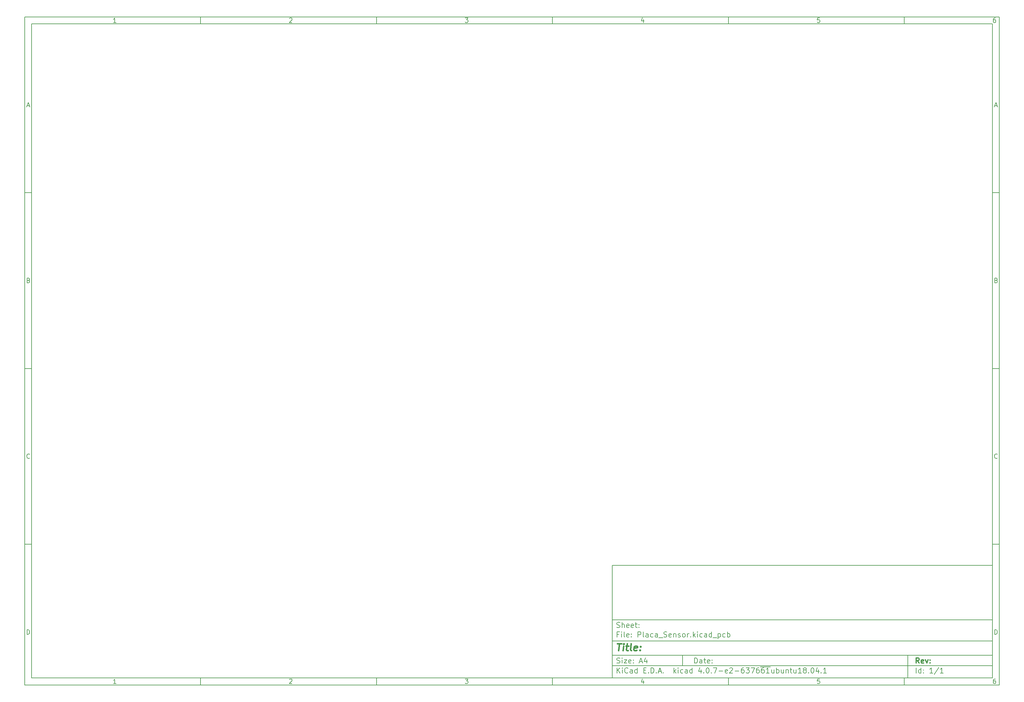
<source format=gbr>
G04 #@! TF.FileFunction,Legend,Bot*
%FSLAX46Y46*%
G04 Gerber Fmt 4.6, Leading zero omitted, Abs format (unit mm)*
G04 Created by KiCad (PCBNEW 4.0.7-e2-6376~61~ubuntu18.04.1) date Wed Jul 10 20:30:17 2019*
%MOMM*%
%LPD*%
G01*
G04 APERTURE LIST*
%ADD10C,0.100000*%
%ADD11C,0.150000*%
%ADD12C,0.300000*%
%ADD13C,0.400000*%
G04 APERTURE END LIST*
D10*
D11*
X177002200Y-166007200D02*
X177002200Y-198007200D01*
X285002200Y-198007200D01*
X285002200Y-166007200D01*
X177002200Y-166007200D01*
D10*
D11*
X10000000Y-10000000D02*
X10000000Y-200007200D01*
X287002200Y-200007200D01*
X287002200Y-10000000D01*
X10000000Y-10000000D01*
D10*
D11*
X12000000Y-12000000D02*
X12000000Y-198007200D01*
X285002200Y-198007200D01*
X285002200Y-12000000D01*
X12000000Y-12000000D01*
D10*
D11*
X60000000Y-12000000D02*
X60000000Y-10000000D01*
D10*
D11*
X110000000Y-12000000D02*
X110000000Y-10000000D01*
D10*
D11*
X160000000Y-12000000D02*
X160000000Y-10000000D01*
D10*
D11*
X210000000Y-12000000D02*
X210000000Y-10000000D01*
D10*
D11*
X260000000Y-12000000D02*
X260000000Y-10000000D01*
D10*
D11*
X35990476Y-11588095D02*
X35247619Y-11588095D01*
X35619048Y-11588095D02*
X35619048Y-10288095D01*
X35495238Y-10473810D01*
X35371429Y-10597619D01*
X35247619Y-10659524D01*
D10*
D11*
X85247619Y-10411905D02*
X85309524Y-10350000D01*
X85433333Y-10288095D01*
X85742857Y-10288095D01*
X85866667Y-10350000D01*
X85928571Y-10411905D01*
X85990476Y-10535714D01*
X85990476Y-10659524D01*
X85928571Y-10845238D01*
X85185714Y-11588095D01*
X85990476Y-11588095D01*
D10*
D11*
X135185714Y-10288095D02*
X135990476Y-10288095D01*
X135557143Y-10783333D01*
X135742857Y-10783333D01*
X135866667Y-10845238D01*
X135928571Y-10907143D01*
X135990476Y-11030952D01*
X135990476Y-11340476D01*
X135928571Y-11464286D01*
X135866667Y-11526190D01*
X135742857Y-11588095D01*
X135371429Y-11588095D01*
X135247619Y-11526190D01*
X135185714Y-11464286D01*
D10*
D11*
X185866667Y-10721429D02*
X185866667Y-11588095D01*
X185557143Y-10226190D02*
X185247619Y-11154762D01*
X186052381Y-11154762D01*
D10*
D11*
X235928571Y-10288095D02*
X235309524Y-10288095D01*
X235247619Y-10907143D01*
X235309524Y-10845238D01*
X235433333Y-10783333D01*
X235742857Y-10783333D01*
X235866667Y-10845238D01*
X235928571Y-10907143D01*
X235990476Y-11030952D01*
X235990476Y-11340476D01*
X235928571Y-11464286D01*
X235866667Y-11526190D01*
X235742857Y-11588095D01*
X235433333Y-11588095D01*
X235309524Y-11526190D01*
X235247619Y-11464286D01*
D10*
D11*
X285866667Y-10288095D02*
X285619048Y-10288095D01*
X285495238Y-10350000D01*
X285433333Y-10411905D01*
X285309524Y-10597619D01*
X285247619Y-10845238D01*
X285247619Y-11340476D01*
X285309524Y-11464286D01*
X285371429Y-11526190D01*
X285495238Y-11588095D01*
X285742857Y-11588095D01*
X285866667Y-11526190D01*
X285928571Y-11464286D01*
X285990476Y-11340476D01*
X285990476Y-11030952D01*
X285928571Y-10907143D01*
X285866667Y-10845238D01*
X285742857Y-10783333D01*
X285495238Y-10783333D01*
X285371429Y-10845238D01*
X285309524Y-10907143D01*
X285247619Y-11030952D01*
D10*
D11*
X60000000Y-198007200D02*
X60000000Y-200007200D01*
D10*
D11*
X110000000Y-198007200D02*
X110000000Y-200007200D01*
D10*
D11*
X160000000Y-198007200D02*
X160000000Y-200007200D01*
D10*
D11*
X210000000Y-198007200D02*
X210000000Y-200007200D01*
D10*
D11*
X260000000Y-198007200D02*
X260000000Y-200007200D01*
D10*
D11*
X35990476Y-199595295D02*
X35247619Y-199595295D01*
X35619048Y-199595295D02*
X35619048Y-198295295D01*
X35495238Y-198481010D01*
X35371429Y-198604819D01*
X35247619Y-198666724D01*
D10*
D11*
X85247619Y-198419105D02*
X85309524Y-198357200D01*
X85433333Y-198295295D01*
X85742857Y-198295295D01*
X85866667Y-198357200D01*
X85928571Y-198419105D01*
X85990476Y-198542914D01*
X85990476Y-198666724D01*
X85928571Y-198852438D01*
X85185714Y-199595295D01*
X85990476Y-199595295D01*
D10*
D11*
X135185714Y-198295295D02*
X135990476Y-198295295D01*
X135557143Y-198790533D01*
X135742857Y-198790533D01*
X135866667Y-198852438D01*
X135928571Y-198914343D01*
X135990476Y-199038152D01*
X135990476Y-199347676D01*
X135928571Y-199471486D01*
X135866667Y-199533390D01*
X135742857Y-199595295D01*
X135371429Y-199595295D01*
X135247619Y-199533390D01*
X135185714Y-199471486D01*
D10*
D11*
X185866667Y-198728629D02*
X185866667Y-199595295D01*
X185557143Y-198233390D02*
X185247619Y-199161962D01*
X186052381Y-199161962D01*
D10*
D11*
X235928571Y-198295295D02*
X235309524Y-198295295D01*
X235247619Y-198914343D01*
X235309524Y-198852438D01*
X235433333Y-198790533D01*
X235742857Y-198790533D01*
X235866667Y-198852438D01*
X235928571Y-198914343D01*
X235990476Y-199038152D01*
X235990476Y-199347676D01*
X235928571Y-199471486D01*
X235866667Y-199533390D01*
X235742857Y-199595295D01*
X235433333Y-199595295D01*
X235309524Y-199533390D01*
X235247619Y-199471486D01*
D10*
D11*
X285866667Y-198295295D02*
X285619048Y-198295295D01*
X285495238Y-198357200D01*
X285433333Y-198419105D01*
X285309524Y-198604819D01*
X285247619Y-198852438D01*
X285247619Y-199347676D01*
X285309524Y-199471486D01*
X285371429Y-199533390D01*
X285495238Y-199595295D01*
X285742857Y-199595295D01*
X285866667Y-199533390D01*
X285928571Y-199471486D01*
X285990476Y-199347676D01*
X285990476Y-199038152D01*
X285928571Y-198914343D01*
X285866667Y-198852438D01*
X285742857Y-198790533D01*
X285495238Y-198790533D01*
X285371429Y-198852438D01*
X285309524Y-198914343D01*
X285247619Y-199038152D01*
D10*
D11*
X10000000Y-60000000D02*
X12000000Y-60000000D01*
D10*
D11*
X10000000Y-110000000D02*
X12000000Y-110000000D01*
D10*
D11*
X10000000Y-160000000D02*
X12000000Y-160000000D01*
D10*
D11*
X10690476Y-35216667D02*
X11309524Y-35216667D01*
X10566667Y-35588095D02*
X11000000Y-34288095D01*
X11433333Y-35588095D01*
D10*
D11*
X11092857Y-84907143D02*
X11278571Y-84969048D01*
X11340476Y-85030952D01*
X11402381Y-85154762D01*
X11402381Y-85340476D01*
X11340476Y-85464286D01*
X11278571Y-85526190D01*
X11154762Y-85588095D01*
X10659524Y-85588095D01*
X10659524Y-84288095D01*
X11092857Y-84288095D01*
X11216667Y-84350000D01*
X11278571Y-84411905D01*
X11340476Y-84535714D01*
X11340476Y-84659524D01*
X11278571Y-84783333D01*
X11216667Y-84845238D01*
X11092857Y-84907143D01*
X10659524Y-84907143D01*
D10*
D11*
X11402381Y-135464286D02*
X11340476Y-135526190D01*
X11154762Y-135588095D01*
X11030952Y-135588095D01*
X10845238Y-135526190D01*
X10721429Y-135402381D01*
X10659524Y-135278571D01*
X10597619Y-135030952D01*
X10597619Y-134845238D01*
X10659524Y-134597619D01*
X10721429Y-134473810D01*
X10845238Y-134350000D01*
X11030952Y-134288095D01*
X11154762Y-134288095D01*
X11340476Y-134350000D01*
X11402381Y-134411905D01*
D10*
D11*
X10659524Y-185588095D02*
X10659524Y-184288095D01*
X10969048Y-184288095D01*
X11154762Y-184350000D01*
X11278571Y-184473810D01*
X11340476Y-184597619D01*
X11402381Y-184845238D01*
X11402381Y-185030952D01*
X11340476Y-185278571D01*
X11278571Y-185402381D01*
X11154762Y-185526190D01*
X10969048Y-185588095D01*
X10659524Y-185588095D01*
D10*
D11*
X287002200Y-60000000D02*
X285002200Y-60000000D01*
D10*
D11*
X287002200Y-110000000D02*
X285002200Y-110000000D01*
D10*
D11*
X287002200Y-160000000D02*
X285002200Y-160000000D01*
D10*
D11*
X285692676Y-35216667D02*
X286311724Y-35216667D01*
X285568867Y-35588095D02*
X286002200Y-34288095D01*
X286435533Y-35588095D01*
D10*
D11*
X286095057Y-84907143D02*
X286280771Y-84969048D01*
X286342676Y-85030952D01*
X286404581Y-85154762D01*
X286404581Y-85340476D01*
X286342676Y-85464286D01*
X286280771Y-85526190D01*
X286156962Y-85588095D01*
X285661724Y-85588095D01*
X285661724Y-84288095D01*
X286095057Y-84288095D01*
X286218867Y-84350000D01*
X286280771Y-84411905D01*
X286342676Y-84535714D01*
X286342676Y-84659524D01*
X286280771Y-84783333D01*
X286218867Y-84845238D01*
X286095057Y-84907143D01*
X285661724Y-84907143D01*
D10*
D11*
X286404581Y-135464286D02*
X286342676Y-135526190D01*
X286156962Y-135588095D01*
X286033152Y-135588095D01*
X285847438Y-135526190D01*
X285723629Y-135402381D01*
X285661724Y-135278571D01*
X285599819Y-135030952D01*
X285599819Y-134845238D01*
X285661724Y-134597619D01*
X285723629Y-134473810D01*
X285847438Y-134350000D01*
X286033152Y-134288095D01*
X286156962Y-134288095D01*
X286342676Y-134350000D01*
X286404581Y-134411905D01*
D10*
D11*
X285661724Y-185588095D02*
X285661724Y-184288095D01*
X285971248Y-184288095D01*
X286156962Y-184350000D01*
X286280771Y-184473810D01*
X286342676Y-184597619D01*
X286404581Y-184845238D01*
X286404581Y-185030952D01*
X286342676Y-185278571D01*
X286280771Y-185402381D01*
X286156962Y-185526190D01*
X285971248Y-185588095D01*
X285661724Y-185588095D01*
D10*
D11*
X200359343Y-193785771D02*
X200359343Y-192285771D01*
X200716486Y-192285771D01*
X200930771Y-192357200D01*
X201073629Y-192500057D01*
X201145057Y-192642914D01*
X201216486Y-192928629D01*
X201216486Y-193142914D01*
X201145057Y-193428629D01*
X201073629Y-193571486D01*
X200930771Y-193714343D01*
X200716486Y-193785771D01*
X200359343Y-193785771D01*
X202502200Y-193785771D02*
X202502200Y-193000057D01*
X202430771Y-192857200D01*
X202287914Y-192785771D01*
X202002200Y-192785771D01*
X201859343Y-192857200D01*
X202502200Y-193714343D02*
X202359343Y-193785771D01*
X202002200Y-193785771D01*
X201859343Y-193714343D01*
X201787914Y-193571486D01*
X201787914Y-193428629D01*
X201859343Y-193285771D01*
X202002200Y-193214343D01*
X202359343Y-193214343D01*
X202502200Y-193142914D01*
X203002200Y-192785771D02*
X203573629Y-192785771D01*
X203216486Y-192285771D02*
X203216486Y-193571486D01*
X203287914Y-193714343D01*
X203430772Y-193785771D01*
X203573629Y-193785771D01*
X204645057Y-193714343D02*
X204502200Y-193785771D01*
X204216486Y-193785771D01*
X204073629Y-193714343D01*
X204002200Y-193571486D01*
X204002200Y-193000057D01*
X204073629Y-192857200D01*
X204216486Y-192785771D01*
X204502200Y-192785771D01*
X204645057Y-192857200D01*
X204716486Y-193000057D01*
X204716486Y-193142914D01*
X204002200Y-193285771D01*
X205359343Y-193642914D02*
X205430771Y-193714343D01*
X205359343Y-193785771D01*
X205287914Y-193714343D01*
X205359343Y-193642914D01*
X205359343Y-193785771D01*
X205359343Y-192857200D02*
X205430771Y-192928629D01*
X205359343Y-193000057D01*
X205287914Y-192928629D01*
X205359343Y-192857200D01*
X205359343Y-193000057D01*
D10*
D11*
X177002200Y-194507200D02*
X285002200Y-194507200D01*
D10*
D11*
X178359343Y-196585771D02*
X178359343Y-195085771D01*
X179216486Y-196585771D02*
X178573629Y-195728629D01*
X179216486Y-195085771D02*
X178359343Y-195942914D01*
X179859343Y-196585771D02*
X179859343Y-195585771D01*
X179859343Y-195085771D02*
X179787914Y-195157200D01*
X179859343Y-195228629D01*
X179930771Y-195157200D01*
X179859343Y-195085771D01*
X179859343Y-195228629D01*
X181430772Y-196442914D02*
X181359343Y-196514343D01*
X181145057Y-196585771D01*
X181002200Y-196585771D01*
X180787915Y-196514343D01*
X180645057Y-196371486D01*
X180573629Y-196228629D01*
X180502200Y-195942914D01*
X180502200Y-195728629D01*
X180573629Y-195442914D01*
X180645057Y-195300057D01*
X180787915Y-195157200D01*
X181002200Y-195085771D01*
X181145057Y-195085771D01*
X181359343Y-195157200D01*
X181430772Y-195228629D01*
X182716486Y-196585771D02*
X182716486Y-195800057D01*
X182645057Y-195657200D01*
X182502200Y-195585771D01*
X182216486Y-195585771D01*
X182073629Y-195657200D01*
X182716486Y-196514343D02*
X182573629Y-196585771D01*
X182216486Y-196585771D01*
X182073629Y-196514343D01*
X182002200Y-196371486D01*
X182002200Y-196228629D01*
X182073629Y-196085771D01*
X182216486Y-196014343D01*
X182573629Y-196014343D01*
X182716486Y-195942914D01*
X184073629Y-196585771D02*
X184073629Y-195085771D01*
X184073629Y-196514343D02*
X183930772Y-196585771D01*
X183645058Y-196585771D01*
X183502200Y-196514343D01*
X183430772Y-196442914D01*
X183359343Y-196300057D01*
X183359343Y-195871486D01*
X183430772Y-195728629D01*
X183502200Y-195657200D01*
X183645058Y-195585771D01*
X183930772Y-195585771D01*
X184073629Y-195657200D01*
X185930772Y-195800057D02*
X186430772Y-195800057D01*
X186645058Y-196585771D02*
X185930772Y-196585771D01*
X185930772Y-195085771D01*
X186645058Y-195085771D01*
X187287915Y-196442914D02*
X187359343Y-196514343D01*
X187287915Y-196585771D01*
X187216486Y-196514343D01*
X187287915Y-196442914D01*
X187287915Y-196585771D01*
X188002201Y-196585771D02*
X188002201Y-195085771D01*
X188359344Y-195085771D01*
X188573629Y-195157200D01*
X188716487Y-195300057D01*
X188787915Y-195442914D01*
X188859344Y-195728629D01*
X188859344Y-195942914D01*
X188787915Y-196228629D01*
X188716487Y-196371486D01*
X188573629Y-196514343D01*
X188359344Y-196585771D01*
X188002201Y-196585771D01*
X189502201Y-196442914D02*
X189573629Y-196514343D01*
X189502201Y-196585771D01*
X189430772Y-196514343D01*
X189502201Y-196442914D01*
X189502201Y-196585771D01*
X190145058Y-196157200D02*
X190859344Y-196157200D01*
X190002201Y-196585771D02*
X190502201Y-195085771D01*
X191002201Y-196585771D01*
X191502201Y-196442914D02*
X191573629Y-196514343D01*
X191502201Y-196585771D01*
X191430772Y-196514343D01*
X191502201Y-196442914D01*
X191502201Y-196585771D01*
X194502201Y-196585771D02*
X194502201Y-195085771D01*
X194645058Y-196014343D02*
X195073629Y-196585771D01*
X195073629Y-195585771D02*
X194502201Y-196157200D01*
X195716487Y-196585771D02*
X195716487Y-195585771D01*
X195716487Y-195085771D02*
X195645058Y-195157200D01*
X195716487Y-195228629D01*
X195787915Y-195157200D01*
X195716487Y-195085771D01*
X195716487Y-195228629D01*
X197073630Y-196514343D02*
X196930773Y-196585771D01*
X196645059Y-196585771D01*
X196502201Y-196514343D01*
X196430773Y-196442914D01*
X196359344Y-196300057D01*
X196359344Y-195871486D01*
X196430773Y-195728629D01*
X196502201Y-195657200D01*
X196645059Y-195585771D01*
X196930773Y-195585771D01*
X197073630Y-195657200D01*
X198359344Y-196585771D02*
X198359344Y-195800057D01*
X198287915Y-195657200D01*
X198145058Y-195585771D01*
X197859344Y-195585771D01*
X197716487Y-195657200D01*
X198359344Y-196514343D02*
X198216487Y-196585771D01*
X197859344Y-196585771D01*
X197716487Y-196514343D01*
X197645058Y-196371486D01*
X197645058Y-196228629D01*
X197716487Y-196085771D01*
X197859344Y-196014343D01*
X198216487Y-196014343D01*
X198359344Y-195942914D01*
X199716487Y-196585771D02*
X199716487Y-195085771D01*
X199716487Y-196514343D02*
X199573630Y-196585771D01*
X199287916Y-196585771D01*
X199145058Y-196514343D01*
X199073630Y-196442914D01*
X199002201Y-196300057D01*
X199002201Y-195871486D01*
X199073630Y-195728629D01*
X199145058Y-195657200D01*
X199287916Y-195585771D01*
X199573630Y-195585771D01*
X199716487Y-195657200D01*
X202216487Y-195585771D02*
X202216487Y-196585771D01*
X201859344Y-195014343D02*
X201502201Y-196085771D01*
X202430773Y-196085771D01*
X203002201Y-196442914D02*
X203073629Y-196514343D01*
X203002201Y-196585771D01*
X202930772Y-196514343D01*
X203002201Y-196442914D01*
X203002201Y-196585771D01*
X204002201Y-195085771D02*
X204145058Y-195085771D01*
X204287915Y-195157200D01*
X204359344Y-195228629D01*
X204430773Y-195371486D01*
X204502201Y-195657200D01*
X204502201Y-196014343D01*
X204430773Y-196300057D01*
X204359344Y-196442914D01*
X204287915Y-196514343D01*
X204145058Y-196585771D01*
X204002201Y-196585771D01*
X203859344Y-196514343D01*
X203787915Y-196442914D01*
X203716487Y-196300057D01*
X203645058Y-196014343D01*
X203645058Y-195657200D01*
X203716487Y-195371486D01*
X203787915Y-195228629D01*
X203859344Y-195157200D01*
X204002201Y-195085771D01*
X205145058Y-196442914D02*
X205216486Y-196514343D01*
X205145058Y-196585771D01*
X205073629Y-196514343D01*
X205145058Y-196442914D01*
X205145058Y-196585771D01*
X205716487Y-195085771D02*
X206716487Y-195085771D01*
X206073630Y-196585771D01*
X207287915Y-196014343D02*
X208430772Y-196014343D01*
X209716486Y-196514343D02*
X209573629Y-196585771D01*
X209287915Y-196585771D01*
X209145058Y-196514343D01*
X209073629Y-196371486D01*
X209073629Y-195800057D01*
X209145058Y-195657200D01*
X209287915Y-195585771D01*
X209573629Y-195585771D01*
X209716486Y-195657200D01*
X209787915Y-195800057D01*
X209787915Y-195942914D01*
X209073629Y-196085771D01*
X210359343Y-195228629D02*
X210430772Y-195157200D01*
X210573629Y-195085771D01*
X210930772Y-195085771D01*
X211073629Y-195157200D01*
X211145058Y-195228629D01*
X211216486Y-195371486D01*
X211216486Y-195514343D01*
X211145058Y-195728629D01*
X210287915Y-196585771D01*
X211216486Y-196585771D01*
X211859343Y-196014343D02*
X213002200Y-196014343D01*
X214359343Y-195085771D02*
X214073629Y-195085771D01*
X213930772Y-195157200D01*
X213859343Y-195228629D01*
X213716486Y-195442914D01*
X213645057Y-195728629D01*
X213645057Y-196300057D01*
X213716486Y-196442914D01*
X213787914Y-196514343D01*
X213930772Y-196585771D01*
X214216486Y-196585771D01*
X214359343Y-196514343D01*
X214430772Y-196442914D01*
X214502200Y-196300057D01*
X214502200Y-195942914D01*
X214430772Y-195800057D01*
X214359343Y-195728629D01*
X214216486Y-195657200D01*
X213930772Y-195657200D01*
X213787914Y-195728629D01*
X213716486Y-195800057D01*
X213645057Y-195942914D01*
X215002200Y-195085771D02*
X215930771Y-195085771D01*
X215430771Y-195657200D01*
X215645057Y-195657200D01*
X215787914Y-195728629D01*
X215859343Y-195800057D01*
X215930771Y-195942914D01*
X215930771Y-196300057D01*
X215859343Y-196442914D01*
X215787914Y-196514343D01*
X215645057Y-196585771D01*
X215216485Y-196585771D01*
X215073628Y-196514343D01*
X215002200Y-196442914D01*
X216430771Y-195085771D02*
X217430771Y-195085771D01*
X216787914Y-196585771D01*
X218645056Y-195085771D02*
X218359342Y-195085771D01*
X218216485Y-195157200D01*
X218145056Y-195228629D01*
X218002199Y-195442914D01*
X217930770Y-195728629D01*
X217930770Y-196300057D01*
X218002199Y-196442914D01*
X218073627Y-196514343D01*
X218216485Y-196585771D01*
X218502199Y-196585771D01*
X218645056Y-196514343D01*
X218716485Y-196442914D01*
X218787913Y-196300057D01*
X218787913Y-195942914D01*
X218716485Y-195800057D01*
X218645056Y-195728629D01*
X218502199Y-195657200D01*
X218216485Y-195657200D01*
X218073627Y-195728629D01*
X218002199Y-195800057D01*
X217930770Y-195942914D01*
X220073627Y-195085771D02*
X219787913Y-195085771D01*
X219645056Y-195157200D01*
X219573627Y-195228629D01*
X219430770Y-195442914D01*
X219359341Y-195728629D01*
X219359341Y-196300057D01*
X219430770Y-196442914D01*
X219502198Y-196514343D01*
X219645056Y-196585771D01*
X219930770Y-196585771D01*
X220073627Y-196514343D01*
X220145056Y-196442914D01*
X220216484Y-196300057D01*
X220216484Y-195942914D01*
X220145056Y-195800057D01*
X220073627Y-195728629D01*
X219930770Y-195657200D01*
X219645056Y-195657200D01*
X219502198Y-195728629D01*
X219430770Y-195800057D01*
X219359341Y-195942914D01*
X221645055Y-196585771D02*
X220787912Y-196585771D01*
X221216484Y-196585771D02*
X221216484Y-195085771D01*
X221073627Y-195300057D01*
X220930769Y-195442914D01*
X220787912Y-195514343D01*
X219073627Y-194827200D02*
X221930769Y-194827200D01*
X222930769Y-195585771D02*
X222930769Y-196585771D01*
X222287912Y-195585771D02*
X222287912Y-196371486D01*
X222359340Y-196514343D01*
X222502198Y-196585771D01*
X222716483Y-196585771D01*
X222859340Y-196514343D01*
X222930769Y-196442914D01*
X223645055Y-196585771D02*
X223645055Y-195085771D01*
X223645055Y-195657200D02*
X223787912Y-195585771D01*
X224073626Y-195585771D01*
X224216483Y-195657200D01*
X224287912Y-195728629D01*
X224359341Y-195871486D01*
X224359341Y-196300057D01*
X224287912Y-196442914D01*
X224216483Y-196514343D01*
X224073626Y-196585771D01*
X223787912Y-196585771D01*
X223645055Y-196514343D01*
X225645055Y-195585771D02*
X225645055Y-196585771D01*
X225002198Y-195585771D02*
X225002198Y-196371486D01*
X225073626Y-196514343D01*
X225216484Y-196585771D01*
X225430769Y-196585771D01*
X225573626Y-196514343D01*
X225645055Y-196442914D01*
X226359341Y-195585771D02*
X226359341Y-196585771D01*
X226359341Y-195728629D02*
X226430769Y-195657200D01*
X226573627Y-195585771D01*
X226787912Y-195585771D01*
X226930769Y-195657200D01*
X227002198Y-195800057D01*
X227002198Y-196585771D01*
X227502198Y-195585771D02*
X228073627Y-195585771D01*
X227716484Y-195085771D02*
X227716484Y-196371486D01*
X227787912Y-196514343D01*
X227930770Y-196585771D01*
X228073627Y-196585771D01*
X229216484Y-195585771D02*
X229216484Y-196585771D01*
X228573627Y-195585771D02*
X228573627Y-196371486D01*
X228645055Y-196514343D01*
X228787913Y-196585771D01*
X229002198Y-196585771D01*
X229145055Y-196514343D01*
X229216484Y-196442914D01*
X230716484Y-196585771D02*
X229859341Y-196585771D01*
X230287913Y-196585771D02*
X230287913Y-195085771D01*
X230145056Y-195300057D01*
X230002198Y-195442914D01*
X229859341Y-195514343D01*
X231573627Y-195728629D02*
X231430769Y-195657200D01*
X231359341Y-195585771D01*
X231287912Y-195442914D01*
X231287912Y-195371486D01*
X231359341Y-195228629D01*
X231430769Y-195157200D01*
X231573627Y-195085771D01*
X231859341Y-195085771D01*
X232002198Y-195157200D01*
X232073627Y-195228629D01*
X232145055Y-195371486D01*
X232145055Y-195442914D01*
X232073627Y-195585771D01*
X232002198Y-195657200D01*
X231859341Y-195728629D01*
X231573627Y-195728629D01*
X231430769Y-195800057D01*
X231359341Y-195871486D01*
X231287912Y-196014343D01*
X231287912Y-196300057D01*
X231359341Y-196442914D01*
X231430769Y-196514343D01*
X231573627Y-196585771D01*
X231859341Y-196585771D01*
X232002198Y-196514343D01*
X232073627Y-196442914D01*
X232145055Y-196300057D01*
X232145055Y-196014343D01*
X232073627Y-195871486D01*
X232002198Y-195800057D01*
X231859341Y-195728629D01*
X232787912Y-196442914D02*
X232859340Y-196514343D01*
X232787912Y-196585771D01*
X232716483Y-196514343D01*
X232787912Y-196442914D01*
X232787912Y-196585771D01*
X233787912Y-195085771D02*
X233930769Y-195085771D01*
X234073626Y-195157200D01*
X234145055Y-195228629D01*
X234216484Y-195371486D01*
X234287912Y-195657200D01*
X234287912Y-196014343D01*
X234216484Y-196300057D01*
X234145055Y-196442914D01*
X234073626Y-196514343D01*
X233930769Y-196585771D01*
X233787912Y-196585771D01*
X233645055Y-196514343D01*
X233573626Y-196442914D01*
X233502198Y-196300057D01*
X233430769Y-196014343D01*
X233430769Y-195657200D01*
X233502198Y-195371486D01*
X233573626Y-195228629D01*
X233645055Y-195157200D01*
X233787912Y-195085771D01*
X235573626Y-195585771D02*
X235573626Y-196585771D01*
X235216483Y-195014343D02*
X234859340Y-196085771D01*
X235787912Y-196085771D01*
X236359340Y-196442914D02*
X236430768Y-196514343D01*
X236359340Y-196585771D01*
X236287911Y-196514343D01*
X236359340Y-196442914D01*
X236359340Y-196585771D01*
X237859340Y-196585771D02*
X237002197Y-196585771D01*
X237430769Y-196585771D02*
X237430769Y-195085771D01*
X237287912Y-195300057D01*
X237145054Y-195442914D01*
X237002197Y-195514343D01*
D10*
D11*
X177002200Y-191507200D02*
X285002200Y-191507200D01*
D10*
D12*
X264216486Y-193785771D02*
X263716486Y-193071486D01*
X263359343Y-193785771D02*
X263359343Y-192285771D01*
X263930771Y-192285771D01*
X264073629Y-192357200D01*
X264145057Y-192428629D01*
X264216486Y-192571486D01*
X264216486Y-192785771D01*
X264145057Y-192928629D01*
X264073629Y-193000057D01*
X263930771Y-193071486D01*
X263359343Y-193071486D01*
X265430771Y-193714343D02*
X265287914Y-193785771D01*
X265002200Y-193785771D01*
X264859343Y-193714343D01*
X264787914Y-193571486D01*
X264787914Y-193000057D01*
X264859343Y-192857200D01*
X265002200Y-192785771D01*
X265287914Y-192785771D01*
X265430771Y-192857200D01*
X265502200Y-193000057D01*
X265502200Y-193142914D01*
X264787914Y-193285771D01*
X266002200Y-192785771D02*
X266359343Y-193785771D01*
X266716485Y-192785771D01*
X267287914Y-193642914D02*
X267359342Y-193714343D01*
X267287914Y-193785771D01*
X267216485Y-193714343D01*
X267287914Y-193642914D01*
X267287914Y-193785771D01*
X267287914Y-192857200D02*
X267359342Y-192928629D01*
X267287914Y-193000057D01*
X267216485Y-192928629D01*
X267287914Y-192857200D01*
X267287914Y-193000057D01*
D10*
D11*
X178287914Y-193714343D02*
X178502200Y-193785771D01*
X178859343Y-193785771D01*
X179002200Y-193714343D01*
X179073629Y-193642914D01*
X179145057Y-193500057D01*
X179145057Y-193357200D01*
X179073629Y-193214343D01*
X179002200Y-193142914D01*
X178859343Y-193071486D01*
X178573629Y-193000057D01*
X178430771Y-192928629D01*
X178359343Y-192857200D01*
X178287914Y-192714343D01*
X178287914Y-192571486D01*
X178359343Y-192428629D01*
X178430771Y-192357200D01*
X178573629Y-192285771D01*
X178930771Y-192285771D01*
X179145057Y-192357200D01*
X179787914Y-193785771D02*
X179787914Y-192785771D01*
X179787914Y-192285771D02*
X179716485Y-192357200D01*
X179787914Y-192428629D01*
X179859342Y-192357200D01*
X179787914Y-192285771D01*
X179787914Y-192428629D01*
X180359343Y-192785771D02*
X181145057Y-192785771D01*
X180359343Y-193785771D01*
X181145057Y-193785771D01*
X182287914Y-193714343D02*
X182145057Y-193785771D01*
X181859343Y-193785771D01*
X181716486Y-193714343D01*
X181645057Y-193571486D01*
X181645057Y-193000057D01*
X181716486Y-192857200D01*
X181859343Y-192785771D01*
X182145057Y-192785771D01*
X182287914Y-192857200D01*
X182359343Y-193000057D01*
X182359343Y-193142914D01*
X181645057Y-193285771D01*
X183002200Y-193642914D02*
X183073628Y-193714343D01*
X183002200Y-193785771D01*
X182930771Y-193714343D01*
X183002200Y-193642914D01*
X183002200Y-193785771D01*
X183002200Y-192857200D02*
X183073628Y-192928629D01*
X183002200Y-193000057D01*
X182930771Y-192928629D01*
X183002200Y-192857200D01*
X183002200Y-193000057D01*
X184787914Y-193357200D02*
X185502200Y-193357200D01*
X184645057Y-193785771D02*
X185145057Y-192285771D01*
X185645057Y-193785771D01*
X186787914Y-192785771D02*
X186787914Y-193785771D01*
X186430771Y-192214343D02*
X186073628Y-193285771D01*
X187002200Y-193285771D01*
D10*
D11*
X263359343Y-196585771D02*
X263359343Y-195085771D01*
X264716486Y-196585771D02*
X264716486Y-195085771D01*
X264716486Y-196514343D02*
X264573629Y-196585771D01*
X264287915Y-196585771D01*
X264145057Y-196514343D01*
X264073629Y-196442914D01*
X264002200Y-196300057D01*
X264002200Y-195871486D01*
X264073629Y-195728629D01*
X264145057Y-195657200D01*
X264287915Y-195585771D01*
X264573629Y-195585771D01*
X264716486Y-195657200D01*
X265430772Y-196442914D02*
X265502200Y-196514343D01*
X265430772Y-196585771D01*
X265359343Y-196514343D01*
X265430772Y-196442914D01*
X265430772Y-196585771D01*
X265430772Y-195657200D02*
X265502200Y-195728629D01*
X265430772Y-195800057D01*
X265359343Y-195728629D01*
X265430772Y-195657200D01*
X265430772Y-195800057D01*
X268073629Y-196585771D02*
X267216486Y-196585771D01*
X267645058Y-196585771D02*
X267645058Y-195085771D01*
X267502201Y-195300057D01*
X267359343Y-195442914D01*
X267216486Y-195514343D01*
X269787914Y-195014343D02*
X268502200Y-196942914D01*
X271073629Y-196585771D02*
X270216486Y-196585771D01*
X270645058Y-196585771D02*
X270645058Y-195085771D01*
X270502201Y-195300057D01*
X270359343Y-195442914D01*
X270216486Y-195514343D01*
D10*
D11*
X177002200Y-187507200D02*
X285002200Y-187507200D01*
D10*
D13*
X178454581Y-188211962D02*
X179597438Y-188211962D01*
X178776010Y-190211962D02*
X179026010Y-188211962D01*
X180014105Y-190211962D02*
X180180771Y-188878629D01*
X180264105Y-188211962D02*
X180156962Y-188307200D01*
X180240295Y-188402438D01*
X180347439Y-188307200D01*
X180264105Y-188211962D01*
X180240295Y-188402438D01*
X180847438Y-188878629D02*
X181609343Y-188878629D01*
X181216486Y-188211962D02*
X181002200Y-189926248D01*
X181073630Y-190116724D01*
X181252201Y-190211962D01*
X181442677Y-190211962D01*
X182395058Y-190211962D02*
X182216487Y-190116724D01*
X182145057Y-189926248D01*
X182359343Y-188211962D01*
X183930772Y-190116724D02*
X183728391Y-190211962D01*
X183347439Y-190211962D01*
X183168867Y-190116724D01*
X183097438Y-189926248D01*
X183192676Y-189164343D01*
X183311724Y-188973867D01*
X183514105Y-188878629D01*
X183895057Y-188878629D01*
X184073629Y-188973867D01*
X184145057Y-189164343D01*
X184121248Y-189354819D01*
X183145057Y-189545295D01*
X184895057Y-190021486D02*
X184978392Y-190116724D01*
X184871248Y-190211962D01*
X184787915Y-190116724D01*
X184895057Y-190021486D01*
X184871248Y-190211962D01*
X185026010Y-188973867D02*
X185109344Y-189069105D01*
X185002200Y-189164343D01*
X184918867Y-189069105D01*
X185026010Y-188973867D01*
X185002200Y-189164343D01*
D10*
D11*
X178859343Y-185600057D02*
X178359343Y-185600057D01*
X178359343Y-186385771D02*
X178359343Y-184885771D01*
X179073629Y-184885771D01*
X179645057Y-186385771D02*
X179645057Y-185385771D01*
X179645057Y-184885771D02*
X179573628Y-184957200D01*
X179645057Y-185028629D01*
X179716485Y-184957200D01*
X179645057Y-184885771D01*
X179645057Y-185028629D01*
X180573629Y-186385771D02*
X180430771Y-186314343D01*
X180359343Y-186171486D01*
X180359343Y-184885771D01*
X181716485Y-186314343D02*
X181573628Y-186385771D01*
X181287914Y-186385771D01*
X181145057Y-186314343D01*
X181073628Y-186171486D01*
X181073628Y-185600057D01*
X181145057Y-185457200D01*
X181287914Y-185385771D01*
X181573628Y-185385771D01*
X181716485Y-185457200D01*
X181787914Y-185600057D01*
X181787914Y-185742914D01*
X181073628Y-185885771D01*
X182430771Y-186242914D02*
X182502199Y-186314343D01*
X182430771Y-186385771D01*
X182359342Y-186314343D01*
X182430771Y-186242914D01*
X182430771Y-186385771D01*
X182430771Y-185457200D02*
X182502199Y-185528629D01*
X182430771Y-185600057D01*
X182359342Y-185528629D01*
X182430771Y-185457200D01*
X182430771Y-185600057D01*
X184287914Y-186385771D02*
X184287914Y-184885771D01*
X184859342Y-184885771D01*
X185002200Y-184957200D01*
X185073628Y-185028629D01*
X185145057Y-185171486D01*
X185145057Y-185385771D01*
X185073628Y-185528629D01*
X185002200Y-185600057D01*
X184859342Y-185671486D01*
X184287914Y-185671486D01*
X186002200Y-186385771D02*
X185859342Y-186314343D01*
X185787914Y-186171486D01*
X185787914Y-184885771D01*
X187216485Y-186385771D02*
X187216485Y-185600057D01*
X187145056Y-185457200D01*
X187002199Y-185385771D01*
X186716485Y-185385771D01*
X186573628Y-185457200D01*
X187216485Y-186314343D02*
X187073628Y-186385771D01*
X186716485Y-186385771D01*
X186573628Y-186314343D01*
X186502199Y-186171486D01*
X186502199Y-186028629D01*
X186573628Y-185885771D01*
X186716485Y-185814343D01*
X187073628Y-185814343D01*
X187216485Y-185742914D01*
X188573628Y-186314343D02*
X188430771Y-186385771D01*
X188145057Y-186385771D01*
X188002199Y-186314343D01*
X187930771Y-186242914D01*
X187859342Y-186100057D01*
X187859342Y-185671486D01*
X187930771Y-185528629D01*
X188002199Y-185457200D01*
X188145057Y-185385771D01*
X188430771Y-185385771D01*
X188573628Y-185457200D01*
X189859342Y-186385771D02*
X189859342Y-185600057D01*
X189787913Y-185457200D01*
X189645056Y-185385771D01*
X189359342Y-185385771D01*
X189216485Y-185457200D01*
X189859342Y-186314343D02*
X189716485Y-186385771D01*
X189359342Y-186385771D01*
X189216485Y-186314343D01*
X189145056Y-186171486D01*
X189145056Y-186028629D01*
X189216485Y-185885771D01*
X189359342Y-185814343D01*
X189716485Y-185814343D01*
X189859342Y-185742914D01*
X190216485Y-186528629D02*
X191359342Y-186528629D01*
X191645056Y-186314343D02*
X191859342Y-186385771D01*
X192216485Y-186385771D01*
X192359342Y-186314343D01*
X192430771Y-186242914D01*
X192502199Y-186100057D01*
X192502199Y-185957200D01*
X192430771Y-185814343D01*
X192359342Y-185742914D01*
X192216485Y-185671486D01*
X191930771Y-185600057D01*
X191787913Y-185528629D01*
X191716485Y-185457200D01*
X191645056Y-185314343D01*
X191645056Y-185171486D01*
X191716485Y-185028629D01*
X191787913Y-184957200D01*
X191930771Y-184885771D01*
X192287913Y-184885771D01*
X192502199Y-184957200D01*
X193716484Y-186314343D02*
X193573627Y-186385771D01*
X193287913Y-186385771D01*
X193145056Y-186314343D01*
X193073627Y-186171486D01*
X193073627Y-185600057D01*
X193145056Y-185457200D01*
X193287913Y-185385771D01*
X193573627Y-185385771D01*
X193716484Y-185457200D01*
X193787913Y-185600057D01*
X193787913Y-185742914D01*
X193073627Y-185885771D01*
X194430770Y-185385771D02*
X194430770Y-186385771D01*
X194430770Y-185528629D02*
X194502198Y-185457200D01*
X194645056Y-185385771D01*
X194859341Y-185385771D01*
X195002198Y-185457200D01*
X195073627Y-185600057D01*
X195073627Y-186385771D01*
X195716484Y-186314343D02*
X195859341Y-186385771D01*
X196145056Y-186385771D01*
X196287913Y-186314343D01*
X196359341Y-186171486D01*
X196359341Y-186100057D01*
X196287913Y-185957200D01*
X196145056Y-185885771D01*
X195930770Y-185885771D01*
X195787913Y-185814343D01*
X195716484Y-185671486D01*
X195716484Y-185600057D01*
X195787913Y-185457200D01*
X195930770Y-185385771D01*
X196145056Y-185385771D01*
X196287913Y-185457200D01*
X197216485Y-186385771D02*
X197073627Y-186314343D01*
X197002199Y-186242914D01*
X196930770Y-186100057D01*
X196930770Y-185671486D01*
X197002199Y-185528629D01*
X197073627Y-185457200D01*
X197216485Y-185385771D01*
X197430770Y-185385771D01*
X197573627Y-185457200D01*
X197645056Y-185528629D01*
X197716485Y-185671486D01*
X197716485Y-186100057D01*
X197645056Y-186242914D01*
X197573627Y-186314343D01*
X197430770Y-186385771D01*
X197216485Y-186385771D01*
X198359342Y-186385771D02*
X198359342Y-185385771D01*
X198359342Y-185671486D02*
X198430770Y-185528629D01*
X198502199Y-185457200D01*
X198645056Y-185385771D01*
X198787913Y-185385771D01*
X199287913Y-186242914D02*
X199359341Y-186314343D01*
X199287913Y-186385771D01*
X199216484Y-186314343D01*
X199287913Y-186242914D01*
X199287913Y-186385771D01*
X200002199Y-186385771D02*
X200002199Y-184885771D01*
X200145056Y-185814343D02*
X200573627Y-186385771D01*
X200573627Y-185385771D02*
X200002199Y-185957200D01*
X201216485Y-186385771D02*
X201216485Y-185385771D01*
X201216485Y-184885771D02*
X201145056Y-184957200D01*
X201216485Y-185028629D01*
X201287913Y-184957200D01*
X201216485Y-184885771D01*
X201216485Y-185028629D01*
X202573628Y-186314343D02*
X202430771Y-186385771D01*
X202145057Y-186385771D01*
X202002199Y-186314343D01*
X201930771Y-186242914D01*
X201859342Y-186100057D01*
X201859342Y-185671486D01*
X201930771Y-185528629D01*
X202002199Y-185457200D01*
X202145057Y-185385771D01*
X202430771Y-185385771D01*
X202573628Y-185457200D01*
X203859342Y-186385771D02*
X203859342Y-185600057D01*
X203787913Y-185457200D01*
X203645056Y-185385771D01*
X203359342Y-185385771D01*
X203216485Y-185457200D01*
X203859342Y-186314343D02*
X203716485Y-186385771D01*
X203359342Y-186385771D01*
X203216485Y-186314343D01*
X203145056Y-186171486D01*
X203145056Y-186028629D01*
X203216485Y-185885771D01*
X203359342Y-185814343D01*
X203716485Y-185814343D01*
X203859342Y-185742914D01*
X205216485Y-186385771D02*
X205216485Y-184885771D01*
X205216485Y-186314343D02*
X205073628Y-186385771D01*
X204787914Y-186385771D01*
X204645056Y-186314343D01*
X204573628Y-186242914D01*
X204502199Y-186100057D01*
X204502199Y-185671486D01*
X204573628Y-185528629D01*
X204645056Y-185457200D01*
X204787914Y-185385771D01*
X205073628Y-185385771D01*
X205216485Y-185457200D01*
X205573628Y-186528629D02*
X206716485Y-186528629D01*
X207073628Y-185385771D02*
X207073628Y-186885771D01*
X207073628Y-185457200D02*
X207216485Y-185385771D01*
X207502199Y-185385771D01*
X207645056Y-185457200D01*
X207716485Y-185528629D01*
X207787914Y-185671486D01*
X207787914Y-186100057D01*
X207716485Y-186242914D01*
X207645056Y-186314343D01*
X207502199Y-186385771D01*
X207216485Y-186385771D01*
X207073628Y-186314343D01*
X209073628Y-186314343D02*
X208930771Y-186385771D01*
X208645057Y-186385771D01*
X208502199Y-186314343D01*
X208430771Y-186242914D01*
X208359342Y-186100057D01*
X208359342Y-185671486D01*
X208430771Y-185528629D01*
X208502199Y-185457200D01*
X208645057Y-185385771D01*
X208930771Y-185385771D01*
X209073628Y-185457200D01*
X209716485Y-186385771D02*
X209716485Y-184885771D01*
X209716485Y-185457200D02*
X209859342Y-185385771D01*
X210145056Y-185385771D01*
X210287913Y-185457200D01*
X210359342Y-185528629D01*
X210430771Y-185671486D01*
X210430771Y-186100057D01*
X210359342Y-186242914D01*
X210287913Y-186314343D01*
X210145056Y-186385771D01*
X209859342Y-186385771D01*
X209716485Y-186314343D01*
D10*
D11*
X177002200Y-181507200D02*
X285002200Y-181507200D01*
D10*
D11*
X178287914Y-183614343D02*
X178502200Y-183685771D01*
X178859343Y-183685771D01*
X179002200Y-183614343D01*
X179073629Y-183542914D01*
X179145057Y-183400057D01*
X179145057Y-183257200D01*
X179073629Y-183114343D01*
X179002200Y-183042914D01*
X178859343Y-182971486D01*
X178573629Y-182900057D01*
X178430771Y-182828629D01*
X178359343Y-182757200D01*
X178287914Y-182614343D01*
X178287914Y-182471486D01*
X178359343Y-182328629D01*
X178430771Y-182257200D01*
X178573629Y-182185771D01*
X178930771Y-182185771D01*
X179145057Y-182257200D01*
X179787914Y-183685771D02*
X179787914Y-182185771D01*
X180430771Y-183685771D02*
X180430771Y-182900057D01*
X180359342Y-182757200D01*
X180216485Y-182685771D01*
X180002200Y-182685771D01*
X179859342Y-182757200D01*
X179787914Y-182828629D01*
X181716485Y-183614343D02*
X181573628Y-183685771D01*
X181287914Y-183685771D01*
X181145057Y-183614343D01*
X181073628Y-183471486D01*
X181073628Y-182900057D01*
X181145057Y-182757200D01*
X181287914Y-182685771D01*
X181573628Y-182685771D01*
X181716485Y-182757200D01*
X181787914Y-182900057D01*
X181787914Y-183042914D01*
X181073628Y-183185771D01*
X183002199Y-183614343D02*
X182859342Y-183685771D01*
X182573628Y-183685771D01*
X182430771Y-183614343D01*
X182359342Y-183471486D01*
X182359342Y-182900057D01*
X182430771Y-182757200D01*
X182573628Y-182685771D01*
X182859342Y-182685771D01*
X183002199Y-182757200D01*
X183073628Y-182900057D01*
X183073628Y-183042914D01*
X182359342Y-183185771D01*
X183502199Y-182685771D02*
X184073628Y-182685771D01*
X183716485Y-182185771D02*
X183716485Y-183471486D01*
X183787913Y-183614343D01*
X183930771Y-183685771D01*
X184073628Y-183685771D01*
X184573628Y-183542914D02*
X184645056Y-183614343D01*
X184573628Y-183685771D01*
X184502199Y-183614343D01*
X184573628Y-183542914D01*
X184573628Y-183685771D01*
X184573628Y-182757200D02*
X184645056Y-182828629D01*
X184573628Y-182900057D01*
X184502199Y-182828629D01*
X184573628Y-182757200D01*
X184573628Y-182900057D01*
D10*
D11*
X197002200Y-191507200D02*
X197002200Y-194507200D01*
D10*
D11*
X261002200Y-191507200D02*
X261002200Y-198007200D01*
M02*

</source>
